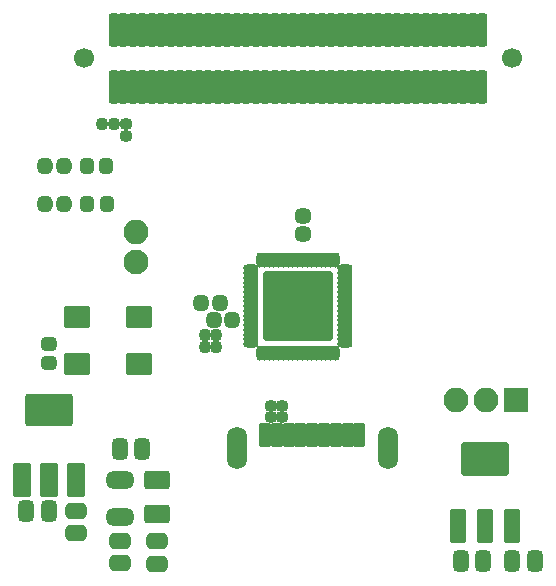
<source format=gbr>
%TF.GenerationSoftware,KiCad,Pcbnew,6.0.7-f9a2dced07~116~ubuntu20.04.1*%
%TF.CreationDate,2022-08-11T19:39:56+07:00*%
%TF.ProjectId,CH569Board,43483536-3942-46f6-9172-642e6b696361,rev?*%
%TF.SameCoordinates,Original*%
%TF.FileFunction,Soldermask,Top*%
%TF.FilePolarity,Negative*%
%FSLAX46Y46*%
G04 Gerber Fmt 4.6, Leading zero omitted, Abs format (unit mm)*
G04 Created by KiCad (PCBNEW 6.0.7-f9a2dced07~116~ubuntu20.04.1) date 2022-08-11 19:39:56*
%MOMM*%
%LPD*%
G01*
G04 APERTURE LIST*
G04 Aperture macros list*
%AMRoundRect*
0 Rectangle with rounded corners*
0 $1 Rounding radius*
0 $2 $3 $4 $5 $6 $7 $8 $9 X,Y pos of 4 corners*
0 Add a 4 corners polygon primitive as box body*
4,1,4,$2,$3,$4,$5,$6,$7,$8,$9,$2,$3,0*
0 Add four circle primitives for the rounded corners*
1,1,$1+$1,$2,$3*
1,1,$1+$1,$4,$5*
1,1,$1+$1,$6,$7*
1,1,$1+$1,$8,$9*
0 Add four rect primitives between the rounded corners*
20,1,$1+$1,$2,$3,$4,$5,0*
20,1,$1+$1,$4,$5,$6,$7,0*
20,1,$1+$1,$6,$7,$8,$9,0*
20,1,$1+$1,$8,$9,$2,$3,0*%
G04 Aperture macros list end*
%ADD10RoundRect,0.335000X0.185000X-0.135000X0.185000X0.135000X-0.185000X0.135000X-0.185000X-0.135000X0*%
%ADD11C,1.700000*%
%ADD12RoundRect,0.200000X0.250000X1.200000X-0.250000X1.200000X-0.250000X-1.200000X0.250000X-1.200000X0*%
%ADD13RoundRect,0.340000X-0.170000X0.140000X-0.170000X-0.140000X0.170000X-0.140000X0.170000X0.140000X0*%
%ADD14RoundRect,0.425000X0.225000X0.250000X-0.225000X0.250000X-0.225000X-0.250000X0.225000X-0.250000X0*%
%ADD15RoundRect,0.450000X0.475000X-0.250000X0.475000X0.250000X-0.475000X0.250000X-0.475000X-0.250000X0*%
%ADD16RoundRect,0.450000X-0.250000X-0.475000X0.250000X-0.475000X0.250000X0.475000X-0.250000X0.475000X0*%
%ADD17RoundRect,0.450000X0.250000X0.475000X-0.250000X0.475000X-0.250000X-0.475000X0.250000X-0.475000X0*%
%ADD18RoundRect,0.418750X-0.218750X-0.256250X0.218750X-0.256250X0.218750X0.256250X-0.218750X0.256250X0*%
%ADD19RoundRect,0.335000X0.135000X0.185000X-0.135000X0.185000X-0.135000X-0.185000X0.135000X-0.185000X0*%
%ADD20C,2.100000*%
%ADD21O,2.100000X2.100000*%
%ADD22RoundRect,0.340000X-0.140000X-0.170000X0.140000X-0.170000X0.140000X0.170000X-0.140000X0.170000X0*%
%ADD23RoundRect,0.400000X-0.275000X0.200000X-0.275000X-0.200000X0.275000X-0.200000X0.275000X0.200000X0*%
%ADD24RoundRect,0.200000X-0.850000X0.850000X-0.850000X-0.850000X0.850000X-0.850000X0.850000X0.850000X0*%
%ADD25RoundRect,0.200000X-0.900000X-0.750000X0.900000X-0.750000X0.900000X0.750000X-0.900000X0.750000X0*%
%ADD26RoundRect,0.200000X-0.350000X-0.800000X0.350000X-0.800000X0.350000X0.800000X-0.350000X0.800000X0*%
%ADD27O,1.700000X3.600000*%
%ADD28RoundRect,0.400000X-0.200000X-0.275000X0.200000X-0.275000X0.200000X0.275000X-0.200000X0.275000X0*%
%ADD29RoundRect,0.200000X-0.490000X1.235000X-0.490000X-1.235000X0.490000X-1.235000X0.490000X1.235000X0*%
%ADD30RoundRect,0.200000X-1.800000X1.235000X-1.800000X-1.235000X1.800000X-1.235000X1.800000X1.235000X0*%
%ADD31RoundRect,0.200000X0.865000X-0.595000X0.865000X0.595000X-0.865000X0.595000X-0.865000X-0.595000X0*%
%ADD32RoundRect,0.425000X0.250000X-0.225000X0.250000X0.225000X-0.250000X0.225000X-0.250000X-0.225000X0*%
%ADD33RoundRect,0.200000X-0.550000X1.250000X-0.550000X-1.250000X0.550000X-1.250000X0.550000X1.250000X0*%
%ADD34RoundRect,0.200000X-1.800000X1.170000X-1.800000X-1.170000X1.800000X-1.170000X1.800000X1.170000X0*%
%ADD35O,0.600000X1.300000*%
%ADD36O,1.300000X0.600000*%
%ADD37RoundRect,0.200000X-2.750000X-2.750000X2.750000X-2.750000X2.750000X2.750000X-2.750000X2.750000X0*%
%ADD38RoundRect,0.450000X-0.475000X0.250000X-0.475000X-0.250000X0.475000X-0.250000X0.475000X0.250000X0*%
%ADD39RoundRect,0.450000X-0.700000X0.275000X-0.700000X-0.275000X0.700000X-0.275000X0.700000X0.275000X0*%
G04 APERTURE END LIST*
D10*
%TO.C,R4*%
X111048800Y-88952800D03*
X111048800Y-87932800D03*
%TD*%
D11*
%TO.C,CN1*%
X143710000Y-82390000D03*
X107510000Y-82390000D03*
D12*
X141210000Y-79990000D03*
X141210000Y-84790000D03*
X140410000Y-79990000D03*
X140410000Y-84790000D03*
X139610000Y-79990000D03*
X139610000Y-84790000D03*
X138810000Y-79990000D03*
X138810000Y-84790000D03*
X138010000Y-79990000D03*
X138010000Y-84790000D03*
X137210000Y-79990000D03*
X137210000Y-84790000D03*
X136410000Y-79990000D03*
X136410000Y-84790000D03*
X135610000Y-79990000D03*
X135610000Y-84790000D03*
X134810000Y-79990000D03*
X134810000Y-84790000D03*
X134010000Y-79990000D03*
X134010000Y-84790000D03*
X133210000Y-79990000D03*
X133210000Y-84790000D03*
X132410000Y-79990000D03*
X132410000Y-84790000D03*
X131610000Y-79990000D03*
X131610000Y-84790000D03*
X130810000Y-79990000D03*
X130810000Y-84790000D03*
X130010000Y-79990000D03*
X130010000Y-84790000D03*
X129210000Y-79990000D03*
X129210000Y-84790000D03*
X128410000Y-79990000D03*
X128410000Y-84790000D03*
X127610000Y-79990000D03*
X127610000Y-84790000D03*
X126810000Y-79990000D03*
X126810000Y-84790000D03*
X126010000Y-79990000D03*
X126010000Y-84790000D03*
X125210000Y-79990000D03*
X125210000Y-84790000D03*
X124410000Y-79990000D03*
X124410000Y-84790000D03*
X123610000Y-79990000D03*
X123610000Y-84790000D03*
X122810000Y-79990000D03*
X122810000Y-84790000D03*
X122010000Y-79990000D03*
X122010000Y-84790000D03*
X121210000Y-79990000D03*
X121210000Y-84790000D03*
X120410000Y-79990000D03*
X120410000Y-84790000D03*
X119610000Y-79990000D03*
X119610000Y-84790000D03*
X118810000Y-79990000D03*
X118810000Y-84790000D03*
X118010000Y-79990000D03*
X118010000Y-84790000D03*
X117210000Y-79990000D03*
X117210000Y-84790000D03*
X116410000Y-79990000D03*
X116410000Y-84790000D03*
X115610000Y-79990000D03*
X115610000Y-84790000D03*
X114810000Y-79990000D03*
X114810000Y-84790000D03*
X114010000Y-79990000D03*
X114010000Y-84790000D03*
X113210000Y-79990000D03*
X113210000Y-84790000D03*
X112410000Y-79990000D03*
X112410000Y-84790000D03*
X111610000Y-79990000D03*
X111610000Y-84790000D03*
X110810000Y-79990000D03*
X110810000Y-84790000D03*
X110010000Y-79990000D03*
X110010000Y-84790000D03*
%TD*%
D13*
%TO.C,C14*%
X123342400Y-111780000D03*
X123342400Y-112740000D03*
%TD*%
D14*
%TO.C,C19*%
X120025000Y-104570000D03*
X118475000Y-104570000D03*
%TD*%
D15*
%TO.C,C4*%
X106832400Y-122565200D03*
X106832400Y-120665200D03*
%TD*%
D14*
%TO.C,C16*%
X118955000Y-103060000D03*
X117405000Y-103060000D03*
%TD*%
D16*
%TO.C,C1*%
X102610000Y-120680000D03*
X104510000Y-120680000D03*
%TD*%
D13*
%TO.C,C13*%
X124262400Y-111780000D03*
X124262400Y-112740000D03*
%TD*%
D17*
%TO.C,C3*%
X145628400Y-124917200D03*
X143728400Y-124917200D03*
%TD*%
D18*
%TO.C,D2*%
X104206700Y-94736200D03*
X105781700Y-94736200D03*
%TD*%
%TO.C,D1*%
X104186700Y-91506200D03*
X105761700Y-91506200D03*
%TD*%
D19*
%TO.C,R5*%
X109984000Y-87934800D03*
X108964000Y-87934800D03*
%TD*%
D20*
%TO.C,J1*%
X111912400Y-99623800D03*
D21*
X111912400Y-97083800D03*
%TD*%
D16*
%TO.C,C2*%
X139359600Y-124917200D03*
X141259600Y-124917200D03*
%TD*%
D22*
%TO.C,C21*%
X117731600Y-106781600D03*
X118691600Y-106781600D03*
%TD*%
D15*
%TO.C,C12*%
X113680000Y-125170000D03*
X113680000Y-123270000D03*
%TD*%
D23*
%TO.C,R1*%
X104540000Y-106550000D03*
X104540000Y-108200000D03*
%TD*%
D24*
%TO.C,J2*%
X144075000Y-111275000D03*
D21*
X141535000Y-111275000D03*
X138995000Y-111275000D03*
%TD*%
D25*
%TO.C,X1*%
X106895000Y-108215000D03*
X112175000Y-108215000D03*
X112175000Y-104315000D03*
X106895000Y-104315000D03*
%TD*%
D17*
%TO.C,C7*%
X112405000Y-115482400D03*
X110505000Y-115482400D03*
%TD*%
D26*
%TO.C,USB1*%
X123800000Y-114230007D03*
X125800000Y-114230007D03*
X127800000Y-114230007D03*
X129800000Y-114230007D03*
X130800000Y-114230007D03*
X128800000Y-114230007D03*
X126800000Y-114230007D03*
X124800000Y-114230007D03*
X122800000Y-114230007D03*
D27*
X120400000Y-115390007D03*
X133200000Y-115390007D03*
%TD*%
D28*
%TO.C,R3*%
X107749200Y-94736200D03*
X109399200Y-94736200D03*
%TD*%
D29*
%TO.C,U2*%
X139134000Y-121978000D03*
X141434000Y-121978000D03*
X143734000Y-121978000D03*
D30*
X141434000Y-116318000D03*
%TD*%
D28*
%TO.C,R2*%
X107709200Y-91516200D03*
X109359200Y-91516200D03*
%TD*%
D31*
%TO.C,F1*%
X113680000Y-120996400D03*
X113680000Y-118096400D03*
%TD*%
D32*
%TO.C,C15*%
X126000000Y-97265000D03*
X126000000Y-95715000D03*
%TD*%
D22*
%TO.C,C22*%
X117731600Y-105765600D03*
X118691600Y-105765600D03*
%TD*%
D33*
%TO.C,U1*%
X102239000Y-118062000D03*
X104539000Y-118062000D03*
X106839000Y-118062000D03*
D34*
X104539000Y-112122000D03*
%TD*%
D35*
%TO.C,U4*%
X122402600Y-107310000D03*
X122802600Y-107310000D03*
X123202600Y-107310000D03*
X123602600Y-107310000D03*
X124002600Y-107310000D03*
X124402600Y-107310000D03*
X124802600Y-107310000D03*
X125202600Y-107310000D03*
X125602600Y-107310000D03*
X126002600Y-107310000D03*
X126402600Y-107310000D03*
X126802600Y-107310000D03*
X127202600Y-107310000D03*
X127602600Y-107310000D03*
X128002600Y-107310000D03*
X128402600Y-107310000D03*
X128802600Y-107310000D03*
D36*
X129552600Y-106560000D03*
X129552600Y-106160000D03*
X129552600Y-105760000D03*
X129552600Y-105360000D03*
X129552600Y-104960000D03*
X129552600Y-104560000D03*
X129552600Y-104160000D03*
X129552600Y-103760000D03*
X129552600Y-103360000D03*
X129552600Y-102960000D03*
X129552600Y-102560000D03*
X129552600Y-102160000D03*
X129552600Y-101760000D03*
X129552600Y-101360000D03*
X129552600Y-100960000D03*
X129552600Y-100560000D03*
X129552600Y-100160000D03*
D35*
X128802600Y-99410000D03*
X128402600Y-99410000D03*
X128002600Y-99410000D03*
X127602600Y-99410000D03*
X127202600Y-99410000D03*
X126802600Y-99410000D03*
X126402600Y-99410000D03*
X126002600Y-99410000D03*
X125602600Y-99410000D03*
X125202600Y-99410000D03*
X124802600Y-99410000D03*
X124402600Y-99410000D03*
X124002600Y-99410000D03*
X123602600Y-99410000D03*
X123202600Y-99410000D03*
X122802600Y-99410000D03*
X122402600Y-99410000D03*
D36*
X121652600Y-100160000D03*
X121652600Y-100560000D03*
X121652600Y-100960000D03*
X121652600Y-101360000D03*
X121652600Y-101760000D03*
X121652600Y-102160000D03*
X121652600Y-102560000D03*
X121652600Y-102960000D03*
X121652600Y-103360000D03*
X121652600Y-103760000D03*
X121652600Y-104160000D03*
X121652600Y-104560000D03*
X121652600Y-104960000D03*
X121652600Y-105360000D03*
X121652600Y-105760000D03*
X121652600Y-106160000D03*
X121652600Y-106560000D03*
D37*
X125602600Y-103360000D03*
%TD*%
D38*
%TO.C,C11*%
X110530400Y-123219200D03*
X110530400Y-125119200D03*
%TD*%
D39*
%TO.C,FB1*%
X110505000Y-118047400D03*
X110505000Y-121197400D03*
%TD*%
M02*

</source>
